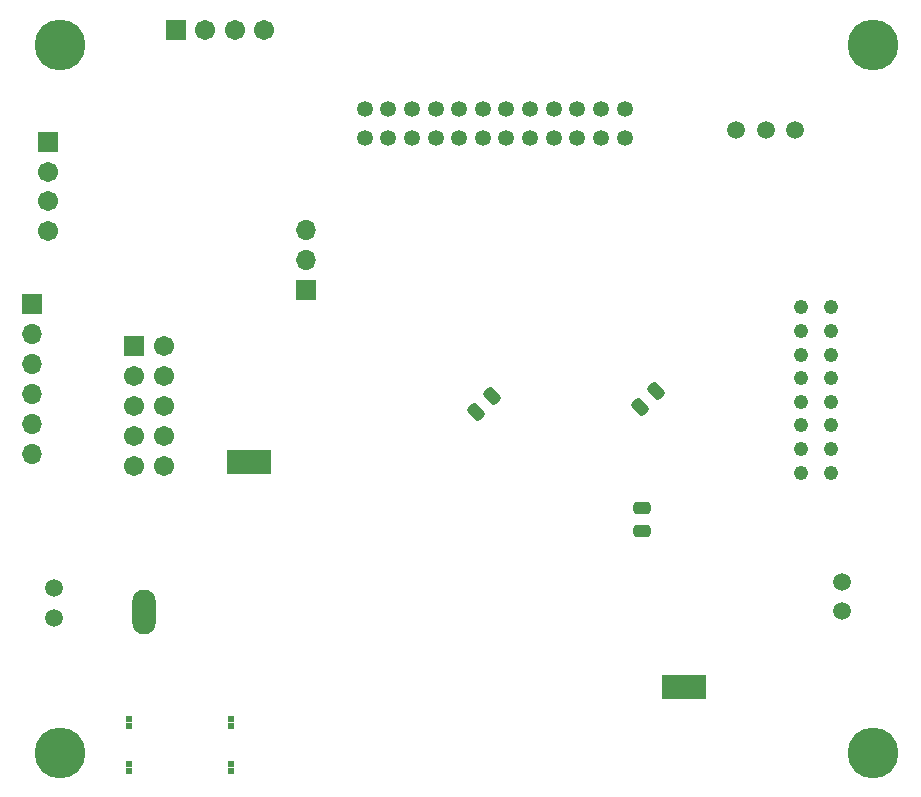
<source format=gbr>
%TF.GenerationSoftware,KiCad,Pcbnew,8.0.8-8.0.8-0~ubuntu24.04.1*%
%TF.CreationDate,2025-08-12T19:22:18-04:00*%
%TF.ProjectId,mainboard,6d61696e-626f-4617-9264-2e6b69636164,rev?*%
%TF.SameCoordinates,Original*%
%TF.FileFunction,Soldermask,Bot*%
%TF.FilePolarity,Negative*%
%FSLAX46Y46*%
G04 Gerber Fmt 4.6, Leading zero omitted, Abs format (unit mm)*
G04 Created by KiCad (PCBNEW 8.0.8-8.0.8-0~ubuntu24.04.1) date 2025-08-12 19:22:18*
%MOMM*%
%LPD*%
G01*
G04 APERTURE LIST*
G04 Aperture macros list*
%AMRoundRect*
0 Rectangle with rounded corners*
0 $1 Rounding radius*
0 $2 $3 $4 $5 $6 $7 $8 $9 X,Y pos of 4 corners*
0 Add a 4 corners polygon primitive as box body*
4,1,4,$2,$3,$4,$5,$6,$7,$8,$9,$2,$3,0*
0 Add four circle primitives for the rounded corners*
1,1,$1+$1,$2,$3*
1,1,$1+$1,$4,$5*
1,1,$1+$1,$6,$7*
1,1,$1+$1,$8,$9*
0 Add four rect primitives between the rounded corners*
20,1,$1+$1,$2,$3,$4,$5,0*
20,1,$1+$1,$4,$5,$6,$7,0*
20,1,$1+$1,$6,$7,$8,$9,0*
20,1,$1+$1,$8,$9,$2,$3,0*%
G04 Aperture macros list end*
%ADD10C,0.609600*%
%ADD11RoundRect,0.102000X-0.754000X0.754000X-0.754000X-0.754000X0.754000X-0.754000X0.754000X0.754000X0*%
%ADD12C,1.712000*%
%ADD13R,1.700000X1.700000*%
%ADD14O,1.700000X1.700000*%
%ADD15C,4.300000*%
%ADD16C,1.219200*%
%ADD17C,1.498600*%
%ADD18C,1.346200*%
%ADD19RoundRect,0.102000X-0.754000X-0.754000X0.754000X-0.754000X0.754000X0.754000X-0.754000X0.754000X0*%
%ADD20RoundRect,0.250000X-0.159099X0.512652X-0.512652X0.159099X0.159099X-0.512652X0.512652X-0.159099X0*%
%ADD21R,3.800000X2.000000*%
%ADD22O,2.000000X3.800000*%
%ADD23RoundRect,0.250000X-0.475000X0.250000X-0.475000X-0.250000X0.475000X-0.250000X0.475000X0.250000X0*%
G04 APERTURE END LIST*
D10*
%TO.C,J8*%
X75454000Y-93250000D03*
X84090000Y-92665800D03*
X84090000Y-93250000D03*
X75454000Y-88855800D03*
X75454000Y-89440000D03*
X84090000Y-88855800D03*
X84090000Y-89440000D03*
X75454000Y-92665800D03*
%TD*%
D11*
%TO.C,J7*%
X75812000Y-57265500D03*
D12*
X78352000Y-57265500D03*
X75812000Y-59805500D03*
X78352000Y-59805500D03*
X75811999Y-62345500D03*
X78352001Y-62345500D03*
X75812000Y-64885500D03*
X78352000Y-64885500D03*
X75812000Y-67425500D03*
X78352000Y-67425500D03*
%TD*%
D13*
%TO.C,J6*%
X67199000Y-53753000D03*
D14*
X67199000Y-56293000D03*
X67199000Y-58832999D03*
X67199000Y-61373000D03*
X67199000Y-63913000D03*
X67199000Y-66453000D03*
%TD*%
D15*
%TO.C,H1*%
X69612000Y-31782000D03*
%TD*%
%TO.C,H3*%
X69612000Y-91726000D03*
%TD*%
D16*
%TO.C,U1*%
X132299000Y-68028000D03*
X132299000Y-66028001D03*
X132299000Y-64028000D03*
X132299000Y-62028001D03*
X132299000Y-60028000D03*
X132299000Y-58028002D03*
X132299000Y-56028001D03*
X132299000Y-54028000D03*
X134839000Y-68028000D03*
X134839000Y-66028001D03*
X134839000Y-64028000D03*
X134839000Y-62028001D03*
X134839000Y-60028000D03*
X134839000Y-58028002D03*
X134839000Y-56028001D03*
X134839000Y-54028000D03*
%TD*%
D15*
%TO.C,H2*%
X138446000Y-31782000D03*
%TD*%
D17*
%TO.C,J5*%
X131839000Y-39028000D03*
X129339000Y-39028000D03*
X126839000Y-39028000D03*
%TD*%
D11*
%TO.C,J2*%
X68596000Y-40030002D03*
D12*
X68596000Y-42530002D03*
X68596000Y-45030000D03*
X68596000Y-47530000D03*
%TD*%
D18*
%TO.C,J1*%
X95372399Y-37226306D03*
X95372399Y-39726306D03*
X97372400Y-37226306D03*
X97372400Y-39726306D03*
X99372398Y-37226306D03*
X99372398Y-39726306D03*
X101372400Y-37226306D03*
X101372400Y-39726306D03*
X103372398Y-37226306D03*
X103372398Y-39726306D03*
X105372399Y-37226306D03*
X105372399Y-39726306D03*
X107372400Y-37226306D03*
X107372400Y-39726306D03*
X109372399Y-37226306D03*
X109372399Y-39726306D03*
X111372400Y-37226306D03*
X111372400Y-39726306D03*
X113372398Y-37226306D03*
X113372398Y-39726306D03*
X115372399Y-37226306D03*
X115372399Y-39726306D03*
X117372398Y-37226306D03*
X117372398Y-39726306D03*
%TD*%
D19*
%TO.C,J3*%
X79384002Y-30512000D03*
D12*
X81884002Y-30512000D03*
X84384000Y-30512000D03*
X86884000Y-30512000D03*
%TD*%
D13*
%TO.C,SW3*%
X90440000Y-52568000D03*
D14*
X90440000Y-50028000D03*
X90440000Y-47488001D03*
%TD*%
D17*
%TO.C,SW2*%
X135779000Y-77248000D03*
X135779000Y-79748000D03*
%TD*%
%TO.C,J4*%
X69104000Y-80296000D03*
X69104000Y-77796000D03*
%TD*%
D15*
%TO.C,H4*%
X138446000Y-91726000D03*
%TD*%
D20*
%TO.C,C8*%
X120010751Y-61106249D03*
X118667249Y-62449751D03*
%TD*%
D21*
%TO.C,TP8*%
X122444000Y-86138000D03*
%TD*%
D22*
%TO.C,TP4*%
X76724000Y-79788000D03*
%TD*%
D20*
%TO.C,C6*%
X106110751Y-61556249D03*
X104767249Y-62899751D03*
%TD*%
D23*
%TO.C,C7*%
X118839000Y-71028000D03*
X118839000Y-72927998D03*
%TD*%
D21*
%TO.C,TP6*%
X85614000Y-67088000D03*
%TD*%
M02*

</source>
